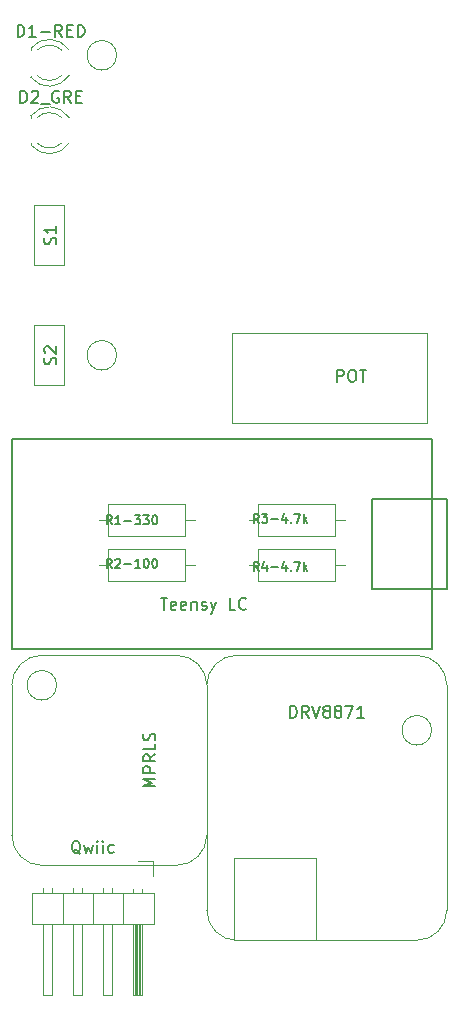
<source format=gbr>
G04 #@! TF.GenerationSoftware,KiCad,Pcbnew,(5.1.2)-2*
G04 #@! TF.CreationDate,2020-05-04T11:41:32-04:00*
G04 #@! TF.ProjectId,TeensyLC_DRV8871_MPRLS_Qwiic_v01,5465656e-7379-44c4-935f-445256383837,rev?*
G04 #@! TF.SameCoordinates,Original*
G04 #@! TF.FileFunction,Legend,Top*
G04 #@! TF.FilePolarity,Positive*
%FSLAX46Y46*%
G04 Gerber Fmt 4.6, Leading zero omitted, Abs format (unit mm)*
G04 Created by KiCad (PCBNEW (5.1.2)-2) date 2020-05-04 11:41:32*
%MOMM*%
%LPD*%
G04 APERTURE LIST*
%ADD10C,0.120000*%
%ADD11C,0.150000*%
G04 APERTURE END LIST*
D10*
X34271000Y0D02*
G75*
G03X34271000Y0I-1251000J0D01*
G01*
X40870000Y-39370000D02*
X40100000Y-39370000D01*
X32790000Y-39370000D02*
X33560000Y-39370000D01*
X40100000Y-38000000D02*
X33560000Y-38000000D01*
X40100000Y-40740000D02*
X40100000Y-38000000D01*
X33560000Y-40740000D02*
X40100000Y-40740000D01*
X33560000Y-38000000D02*
X33560000Y-40740000D01*
X40870000Y-43180000D02*
X40100000Y-43180000D01*
X32790000Y-43180000D02*
X33560000Y-43180000D01*
X40100000Y-41810000D02*
X33560000Y-41810000D01*
X40100000Y-44550000D02*
X40100000Y-41810000D01*
X33560000Y-44550000D02*
X40100000Y-44550000D01*
X33560000Y-41810000D02*
X33560000Y-44550000D01*
X53570000Y-39370000D02*
X52800000Y-39370000D01*
X45490000Y-39370000D02*
X46260000Y-39370000D01*
X52800000Y-38000000D02*
X46260000Y-38000000D01*
X52800000Y-40740000D02*
X52800000Y-38000000D01*
X46260000Y-40740000D02*
X52800000Y-40740000D01*
X46260000Y-38000000D02*
X46260000Y-40740000D01*
X53570000Y-43180000D02*
X52800000Y-43180000D01*
X45490000Y-43180000D02*
X46260000Y-43180000D01*
X52800000Y-41810000D02*
X46260000Y-41810000D01*
X52800000Y-44550000D02*
X52800000Y-41810000D01*
X46260000Y-44550000D02*
X52800000Y-44550000D01*
X46260000Y-41810000D02*
X46260000Y-44550000D01*
X44450000Y-50800000D02*
X59690000Y-50800000D01*
X62230000Y-53340000D02*
X62230000Y-72390000D01*
X59690000Y-74930000D02*
X44450000Y-74930000D01*
X41910000Y-72390000D02*
X41910000Y-54610000D01*
X41910000Y-54610000D02*
X41910000Y-53340000D01*
X41910000Y-53340000D02*
G75*
G02X44450000Y-50800000I2540000J0D01*
G01*
X59690000Y-50800000D02*
G75*
G02X62230000Y-53340000I0J-2540000D01*
G01*
X62230000Y-72390000D02*
G75*
G02X59690000Y-74930000I-2540000J0D01*
G01*
X44450000Y-74930000D02*
G75*
G02X41910000Y-72390000I0J2540000D01*
G01*
X44196000Y-74930000D02*
X44196000Y-67945000D01*
X44196000Y-67945000D02*
X51181000Y-67945000D01*
X44196000Y-74930000D02*
X50419000Y-74930000D01*
X51181000Y-74930000D02*
X51181000Y-67945000D01*
X36450000Y-70570000D02*
X36450000Y-70900000D01*
X37400000Y-73560000D02*
X37400000Y-70900000D01*
X37340000Y-68190000D02*
X37340000Y-69460000D01*
X36150000Y-73560000D02*
X36150000Y-79560000D01*
X32260000Y-70900000D02*
X32260000Y-73560000D01*
X35690000Y-79560000D02*
X35690000Y-73560000D01*
X28830000Y-70502929D02*
X28830000Y-70900000D01*
X36270000Y-73560000D02*
X36270000Y-79560000D01*
X33910000Y-79560000D02*
X33150000Y-79560000D01*
X36070000Y-68190000D02*
X37340000Y-68190000D01*
X33150000Y-70502929D02*
X33150000Y-70900000D01*
X28070000Y-70502929D02*
X28070000Y-70900000D01*
X28830000Y-73560000D02*
X28830000Y-79560000D01*
X29720000Y-70900000D02*
X29720000Y-73560000D01*
X30610000Y-70502929D02*
X30610000Y-70900000D01*
X30610000Y-79560000D02*
X30610000Y-73560000D01*
X33910000Y-70502929D02*
X33910000Y-70900000D01*
X33910000Y-73560000D02*
X33910000Y-79560000D01*
X36030000Y-73560000D02*
X36030000Y-79560000D01*
X36390000Y-73560000D02*
X36390000Y-79560000D01*
X37400000Y-70900000D02*
X27120000Y-70900000D01*
X35690000Y-70570000D02*
X35690000Y-70900000D01*
X27120000Y-73560000D02*
X37400000Y-73560000D01*
X31370000Y-79560000D02*
X30610000Y-79560000D01*
X28070000Y-79560000D02*
X28070000Y-73560000D01*
X28830000Y-79560000D02*
X28070000Y-79560000D01*
X31370000Y-70502929D02*
X31370000Y-70900000D01*
X31370000Y-73560000D02*
X31370000Y-79560000D01*
X35910000Y-73560000D02*
X35910000Y-79560000D01*
X33150000Y-79560000D02*
X33150000Y-73560000D01*
X36450000Y-73560000D02*
X36450000Y-79560000D01*
X34800000Y-70900000D02*
X34800000Y-73560000D01*
X35790000Y-73560000D02*
X35790000Y-79560000D01*
X36450000Y-79560000D02*
X35690000Y-79560000D01*
X27120000Y-70900000D02*
X27120000Y-73560000D01*
D11*
X60960000Y-37540001D02*
X62230000Y-37540001D01*
X62230000Y-37540001D02*
X62230000Y-45160001D01*
X62230000Y-45160001D02*
X60960000Y-45160001D01*
X55880000Y-37540001D02*
X60960000Y-37540001D01*
X55880000Y-45160001D02*
X60960000Y-45160001D01*
X25400000Y-50240001D02*
X25400000Y-32460001D01*
X25400000Y-32460001D02*
X60960000Y-32460001D01*
X60960000Y-32460001D02*
X60960000Y-50240001D01*
X55880000Y-37540001D02*
X55880000Y-45160001D01*
X60960000Y-50240001D02*
X25400000Y-50240001D01*
D10*
X60941000Y-57150000D02*
G75*
G03X60941000Y-57150000I-1251000J0D01*
G01*
X34271000Y-25400000D02*
G75*
G03X34271000Y-25400000I-1251000J0D01*
G01*
X29191000Y-53340000D02*
G75*
G03X29191000Y-53340000I-1251000J0D01*
G01*
X29845000Y-17780000D02*
X27305000Y-17780000D01*
X29845000Y-12700000D02*
X29845000Y-17780000D01*
X27305000Y-12700000D02*
X29845000Y-12700000D01*
X27305000Y-17780000D02*
X27305000Y-12700000D01*
X29845000Y-27940000D02*
X27305000Y-27940000D01*
X29845000Y-22860000D02*
X29845000Y-27940000D01*
X27305000Y-22860000D02*
X29845000Y-22860000D01*
X27305000Y-27940000D02*
X27305000Y-22860000D01*
X30247335Y443608D02*
G75*
G03X27015000Y600516I-1672335J-1078608D01*
G01*
X30247335Y-1713608D02*
G75*
G02X27015000Y-1870516I-1672335J1078608D01*
G01*
X29616130Y444837D02*
G75*
G03X27534039Y445000I-1041130J-1079837D01*
G01*
X29616130Y-1714837D02*
G75*
G02X27534039Y-1715000I-1041130J1079837D01*
G01*
X27015000Y601000D02*
X27015000Y445000D01*
X27015000Y-1715000D02*
X27015000Y-1871000D01*
X27015000Y-7430000D02*
X27015000Y-7586000D01*
X27015000Y-5114000D02*
X27015000Y-5270000D01*
X29616130Y-7429837D02*
G75*
G02X27534039Y-7430000I-1041130J1079837D01*
G01*
X29616130Y-5270163D02*
G75*
G03X27534039Y-5270000I-1041130J-1079837D01*
G01*
X30247335Y-7428608D02*
G75*
G02X27015000Y-7585516I-1672335J1078608D01*
G01*
X30247335Y-5271392D02*
G75*
G03X27015000Y-5114484I-1672335J-1078608D01*
G01*
X44005500Y-31115000D02*
X60515500Y-31115000D01*
X60515500Y-31115000D02*
X60515500Y-23495000D01*
X60515500Y-23495000D02*
X44005500Y-23495000D01*
X44005500Y-23495000D02*
X44005500Y-31115000D01*
X25400000Y-66040000D02*
X25400000Y-53340000D01*
X27940000Y-50800000D02*
X39370000Y-50800000D01*
X41910000Y-53340000D02*
X41910000Y-66040000D01*
X39370000Y-68580000D02*
X27940000Y-68580000D01*
X27940000Y-68580000D02*
G75*
G02X25400000Y-66040000I0J2540000D01*
G01*
X25400000Y-53340000D02*
G75*
G02X27940000Y-50800000I2540000J0D01*
G01*
X39370000Y-50800000D02*
G75*
G02X41910000Y-53340000I0J-2540000D01*
G01*
X41910000Y-66040000D02*
G75*
G02X39370000Y-68580000I-2540000J0D01*
G01*
D11*
X33872714Y-39714714D02*
X33618714Y-39351857D01*
X33437285Y-39714714D02*
X33437285Y-38952714D01*
X33727571Y-38952714D01*
X33800142Y-38989000D01*
X33836428Y-39025285D01*
X33872714Y-39097857D01*
X33872714Y-39206714D01*
X33836428Y-39279285D01*
X33800142Y-39315571D01*
X33727571Y-39351857D01*
X33437285Y-39351857D01*
X34598428Y-39714714D02*
X34163000Y-39714714D01*
X34380714Y-39714714D02*
X34380714Y-38952714D01*
X34308142Y-39061571D01*
X34235571Y-39134142D01*
X34163000Y-39170428D01*
X34925000Y-39424428D02*
X35505571Y-39424428D01*
X35795857Y-38952714D02*
X36267571Y-38952714D01*
X36013571Y-39243000D01*
X36122428Y-39243000D01*
X36195000Y-39279285D01*
X36231285Y-39315571D01*
X36267571Y-39388142D01*
X36267571Y-39569571D01*
X36231285Y-39642142D01*
X36195000Y-39678428D01*
X36122428Y-39714714D01*
X35904714Y-39714714D01*
X35832142Y-39678428D01*
X35795857Y-39642142D01*
X36521571Y-38952714D02*
X36993285Y-38952714D01*
X36739285Y-39243000D01*
X36848142Y-39243000D01*
X36920714Y-39279285D01*
X36957000Y-39315571D01*
X36993285Y-39388142D01*
X36993285Y-39569571D01*
X36957000Y-39642142D01*
X36920714Y-39678428D01*
X36848142Y-39714714D01*
X36630428Y-39714714D01*
X36557857Y-39678428D01*
X36521571Y-39642142D01*
X37465000Y-38952714D02*
X37537571Y-38952714D01*
X37610142Y-38989000D01*
X37646428Y-39025285D01*
X37682714Y-39097857D01*
X37719000Y-39243000D01*
X37719000Y-39424428D01*
X37682714Y-39569571D01*
X37646428Y-39642142D01*
X37610142Y-39678428D01*
X37537571Y-39714714D01*
X37465000Y-39714714D01*
X37392428Y-39678428D01*
X37356142Y-39642142D01*
X37319857Y-39569571D01*
X37283571Y-39424428D01*
X37283571Y-39243000D01*
X37319857Y-39097857D01*
X37356142Y-39025285D01*
X37392428Y-38989000D01*
X37465000Y-38952714D01*
X33872714Y-43397714D02*
X33618714Y-43034857D01*
X33437285Y-43397714D02*
X33437285Y-42635714D01*
X33727571Y-42635714D01*
X33800142Y-42672000D01*
X33836428Y-42708285D01*
X33872714Y-42780857D01*
X33872714Y-42889714D01*
X33836428Y-42962285D01*
X33800142Y-42998571D01*
X33727571Y-43034857D01*
X33437285Y-43034857D01*
X34163000Y-42708285D02*
X34199285Y-42672000D01*
X34271857Y-42635714D01*
X34453285Y-42635714D01*
X34525857Y-42672000D01*
X34562142Y-42708285D01*
X34598428Y-42780857D01*
X34598428Y-42853428D01*
X34562142Y-42962285D01*
X34126714Y-43397714D01*
X34598428Y-43397714D01*
X34925000Y-43107428D02*
X35505571Y-43107428D01*
X36267571Y-43397714D02*
X35832142Y-43397714D01*
X36049857Y-43397714D02*
X36049857Y-42635714D01*
X35977285Y-42744571D01*
X35904714Y-42817142D01*
X35832142Y-42853428D01*
X36739285Y-42635714D02*
X36811857Y-42635714D01*
X36884428Y-42672000D01*
X36920714Y-42708285D01*
X36957000Y-42780857D01*
X36993285Y-42926000D01*
X36993285Y-43107428D01*
X36957000Y-43252571D01*
X36920714Y-43325142D01*
X36884428Y-43361428D01*
X36811857Y-43397714D01*
X36739285Y-43397714D01*
X36666714Y-43361428D01*
X36630428Y-43325142D01*
X36594142Y-43252571D01*
X36557857Y-43107428D01*
X36557857Y-42926000D01*
X36594142Y-42780857D01*
X36630428Y-42708285D01*
X36666714Y-42672000D01*
X36739285Y-42635714D01*
X37465000Y-42635714D02*
X37537571Y-42635714D01*
X37610142Y-42672000D01*
X37646428Y-42708285D01*
X37682714Y-42780857D01*
X37719000Y-42926000D01*
X37719000Y-43107428D01*
X37682714Y-43252571D01*
X37646428Y-43325142D01*
X37610142Y-43361428D01*
X37537571Y-43397714D01*
X37465000Y-43397714D01*
X37392428Y-43361428D01*
X37356142Y-43325142D01*
X37319857Y-43252571D01*
X37283571Y-43107428D01*
X37283571Y-42926000D01*
X37319857Y-42780857D01*
X37356142Y-42708285D01*
X37392428Y-42672000D01*
X37465000Y-42635714D01*
X46318714Y-39587714D02*
X46064714Y-39224857D01*
X45883285Y-39587714D02*
X45883285Y-38825714D01*
X46173571Y-38825714D01*
X46246142Y-38862000D01*
X46282428Y-38898285D01*
X46318714Y-38970857D01*
X46318714Y-39079714D01*
X46282428Y-39152285D01*
X46246142Y-39188571D01*
X46173571Y-39224857D01*
X45883285Y-39224857D01*
X46572714Y-38825714D02*
X47044428Y-38825714D01*
X46790428Y-39116000D01*
X46899285Y-39116000D01*
X46971857Y-39152285D01*
X47008142Y-39188571D01*
X47044428Y-39261142D01*
X47044428Y-39442571D01*
X47008142Y-39515142D01*
X46971857Y-39551428D01*
X46899285Y-39587714D01*
X46681571Y-39587714D01*
X46609000Y-39551428D01*
X46572714Y-39515142D01*
X47371000Y-39297428D02*
X47951571Y-39297428D01*
X48641000Y-39079714D02*
X48641000Y-39587714D01*
X48459571Y-38789428D02*
X48278142Y-39333714D01*
X48749857Y-39333714D01*
X49040142Y-39515142D02*
X49076428Y-39551428D01*
X49040142Y-39587714D01*
X49003857Y-39551428D01*
X49040142Y-39515142D01*
X49040142Y-39587714D01*
X49330428Y-38825714D02*
X49838428Y-38825714D01*
X49511857Y-39587714D01*
X50128714Y-39587714D02*
X50128714Y-38825714D01*
X50201285Y-39297428D02*
X50419000Y-39587714D01*
X50419000Y-39079714D02*
X50128714Y-39370000D01*
X46318714Y-43651714D02*
X46064714Y-43288857D01*
X45883285Y-43651714D02*
X45883285Y-42889714D01*
X46173571Y-42889714D01*
X46246142Y-42926000D01*
X46282428Y-42962285D01*
X46318714Y-43034857D01*
X46318714Y-43143714D01*
X46282428Y-43216285D01*
X46246142Y-43252571D01*
X46173571Y-43288857D01*
X45883285Y-43288857D01*
X46971857Y-43143714D02*
X46971857Y-43651714D01*
X46790428Y-42853428D02*
X46609000Y-43397714D01*
X47080714Y-43397714D01*
X47371000Y-43361428D02*
X47951571Y-43361428D01*
X48641000Y-43143714D02*
X48641000Y-43651714D01*
X48459571Y-42853428D02*
X48278142Y-43397714D01*
X48749857Y-43397714D01*
X49040142Y-43579142D02*
X49076428Y-43615428D01*
X49040142Y-43651714D01*
X49003857Y-43615428D01*
X49040142Y-43579142D01*
X49040142Y-43651714D01*
X49330428Y-42889714D02*
X49838428Y-42889714D01*
X49511857Y-43651714D01*
X50128714Y-43651714D02*
X50128714Y-42889714D01*
X50201285Y-43361428D02*
X50419000Y-43651714D01*
X50419000Y-43143714D02*
X50128714Y-43434000D01*
X48974761Y-56078380D02*
X48974761Y-55078380D01*
X49212857Y-55078380D01*
X49355714Y-55126000D01*
X49450952Y-55221238D01*
X49498571Y-55316476D01*
X49546190Y-55506952D01*
X49546190Y-55649809D01*
X49498571Y-55840285D01*
X49450952Y-55935523D01*
X49355714Y-56030761D01*
X49212857Y-56078380D01*
X48974761Y-56078380D01*
X50546190Y-56078380D02*
X50212857Y-55602190D01*
X49974761Y-56078380D02*
X49974761Y-55078380D01*
X50355714Y-55078380D01*
X50450952Y-55126000D01*
X50498571Y-55173619D01*
X50546190Y-55268857D01*
X50546190Y-55411714D01*
X50498571Y-55506952D01*
X50450952Y-55554571D01*
X50355714Y-55602190D01*
X49974761Y-55602190D01*
X50831904Y-55078380D02*
X51165238Y-56078380D01*
X51498571Y-55078380D01*
X51974761Y-55506952D02*
X51879523Y-55459333D01*
X51831904Y-55411714D01*
X51784285Y-55316476D01*
X51784285Y-55268857D01*
X51831904Y-55173619D01*
X51879523Y-55126000D01*
X51974761Y-55078380D01*
X52165238Y-55078380D01*
X52260476Y-55126000D01*
X52308095Y-55173619D01*
X52355714Y-55268857D01*
X52355714Y-55316476D01*
X52308095Y-55411714D01*
X52260476Y-55459333D01*
X52165238Y-55506952D01*
X51974761Y-55506952D01*
X51879523Y-55554571D01*
X51831904Y-55602190D01*
X51784285Y-55697428D01*
X51784285Y-55887904D01*
X51831904Y-55983142D01*
X51879523Y-56030761D01*
X51974761Y-56078380D01*
X52165238Y-56078380D01*
X52260476Y-56030761D01*
X52308095Y-55983142D01*
X52355714Y-55887904D01*
X52355714Y-55697428D01*
X52308095Y-55602190D01*
X52260476Y-55554571D01*
X52165238Y-55506952D01*
X52927142Y-55506952D02*
X52831904Y-55459333D01*
X52784285Y-55411714D01*
X52736666Y-55316476D01*
X52736666Y-55268857D01*
X52784285Y-55173619D01*
X52831904Y-55126000D01*
X52927142Y-55078380D01*
X53117619Y-55078380D01*
X53212857Y-55126000D01*
X53260476Y-55173619D01*
X53308095Y-55268857D01*
X53308095Y-55316476D01*
X53260476Y-55411714D01*
X53212857Y-55459333D01*
X53117619Y-55506952D01*
X52927142Y-55506952D01*
X52831904Y-55554571D01*
X52784285Y-55602190D01*
X52736666Y-55697428D01*
X52736666Y-55887904D01*
X52784285Y-55983142D01*
X52831904Y-56030761D01*
X52927142Y-56078380D01*
X53117619Y-56078380D01*
X53212857Y-56030761D01*
X53260476Y-55983142D01*
X53308095Y-55887904D01*
X53308095Y-55697428D01*
X53260476Y-55602190D01*
X53212857Y-55554571D01*
X53117619Y-55506952D01*
X53641428Y-55078380D02*
X54308095Y-55078380D01*
X53879523Y-56078380D01*
X55212857Y-56078380D02*
X54641428Y-56078380D01*
X54927142Y-56078380D02*
X54927142Y-55078380D01*
X54831904Y-55221238D01*
X54736666Y-55316476D01*
X54641428Y-55364095D01*
X31210380Y-67603619D02*
X31115142Y-67556000D01*
X31019904Y-67460761D01*
X30877047Y-67317904D01*
X30781809Y-67270285D01*
X30686571Y-67270285D01*
X30734190Y-67508380D02*
X30638952Y-67460761D01*
X30543714Y-67365523D01*
X30496095Y-67175047D01*
X30496095Y-66841714D01*
X30543714Y-66651238D01*
X30638952Y-66556000D01*
X30734190Y-66508380D01*
X30924666Y-66508380D01*
X31019904Y-66556000D01*
X31115142Y-66651238D01*
X31162761Y-66841714D01*
X31162761Y-67175047D01*
X31115142Y-67365523D01*
X31019904Y-67460761D01*
X30924666Y-67508380D01*
X30734190Y-67508380D01*
X31496095Y-66841714D02*
X31686571Y-67508380D01*
X31877047Y-67032190D01*
X32067523Y-67508380D01*
X32258000Y-66841714D01*
X32638952Y-67508380D02*
X32638952Y-66841714D01*
X32638952Y-66508380D02*
X32591333Y-66556000D01*
X32638952Y-66603619D01*
X32686571Y-66556000D01*
X32638952Y-66508380D01*
X32638952Y-66603619D01*
X33115142Y-67508380D02*
X33115142Y-66841714D01*
X33115142Y-66508380D02*
X33067523Y-66556000D01*
X33115142Y-66603619D01*
X33162761Y-66556000D01*
X33115142Y-66508380D01*
X33115142Y-66603619D01*
X34019904Y-67460761D02*
X33924666Y-67508380D01*
X33734190Y-67508380D01*
X33638952Y-67460761D01*
X33591333Y-67413142D01*
X33543714Y-67317904D01*
X33543714Y-67032190D01*
X33591333Y-66936952D01*
X33638952Y-66889333D01*
X33734190Y-66841714D01*
X33924666Y-66841714D01*
X34019904Y-66889333D01*
X37989333Y-45934380D02*
X38560761Y-45934380D01*
X38275047Y-46934380D02*
X38275047Y-45934380D01*
X39275047Y-46886761D02*
X39179809Y-46934380D01*
X38989333Y-46934380D01*
X38894095Y-46886761D01*
X38846476Y-46791523D01*
X38846476Y-46410571D01*
X38894095Y-46315333D01*
X38989333Y-46267714D01*
X39179809Y-46267714D01*
X39275047Y-46315333D01*
X39322666Y-46410571D01*
X39322666Y-46505809D01*
X38846476Y-46601047D01*
X40132190Y-46886761D02*
X40036952Y-46934380D01*
X39846476Y-46934380D01*
X39751238Y-46886761D01*
X39703619Y-46791523D01*
X39703619Y-46410571D01*
X39751238Y-46315333D01*
X39846476Y-46267714D01*
X40036952Y-46267714D01*
X40132190Y-46315333D01*
X40179809Y-46410571D01*
X40179809Y-46505809D01*
X39703619Y-46601047D01*
X40608380Y-46267714D02*
X40608380Y-46934380D01*
X40608380Y-46362952D02*
X40656000Y-46315333D01*
X40751238Y-46267714D01*
X40894095Y-46267714D01*
X40989333Y-46315333D01*
X41036952Y-46410571D01*
X41036952Y-46934380D01*
X41465523Y-46886761D02*
X41560761Y-46934380D01*
X41751238Y-46934380D01*
X41846476Y-46886761D01*
X41894095Y-46791523D01*
X41894095Y-46743904D01*
X41846476Y-46648666D01*
X41751238Y-46601047D01*
X41608380Y-46601047D01*
X41513142Y-46553428D01*
X41465523Y-46458190D01*
X41465523Y-46410571D01*
X41513142Y-46315333D01*
X41608380Y-46267714D01*
X41751238Y-46267714D01*
X41846476Y-46315333D01*
X42227428Y-46267714D02*
X42465523Y-46934380D01*
X42703619Y-46267714D02*
X42465523Y-46934380D01*
X42370285Y-47172476D01*
X42322666Y-47220095D01*
X42227428Y-47267714D01*
X44322666Y-46934380D02*
X43846476Y-46934380D01*
X43846476Y-45934380D01*
X45227428Y-46839142D02*
X45179809Y-46886761D01*
X45036952Y-46934380D01*
X44941714Y-46934380D01*
X44798857Y-46886761D01*
X44703619Y-46791523D01*
X44656000Y-46696285D01*
X44608380Y-46505809D01*
X44608380Y-46362952D01*
X44656000Y-46172476D01*
X44703619Y-46077238D01*
X44798857Y-45982000D01*
X44941714Y-45934380D01*
X45036952Y-45934380D01*
X45179809Y-45982000D01*
X45227428Y-46029619D01*
X29106761Y-16001904D02*
X29154380Y-15859047D01*
X29154380Y-15620952D01*
X29106761Y-15525714D01*
X29059142Y-15478095D01*
X28963904Y-15430476D01*
X28868666Y-15430476D01*
X28773428Y-15478095D01*
X28725809Y-15525714D01*
X28678190Y-15620952D01*
X28630571Y-15811428D01*
X28582952Y-15906666D01*
X28535333Y-15954285D01*
X28440095Y-16001904D01*
X28344857Y-16001904D01*
X28249619Y-15954285D01*
X28202000Y-15906666D01*
X28154380Y-15811428D01*
X28154380Y-15573333D01*
X28202000Y-15430476D01*
X29154380Y-14478095D02*
X29154380Y-15049523D01*
X29154380Y-14763809D02*
X28154380Y-14763809D01*
X28297238Y-14859047D01*
X28392476Y-14954285D01*
X28440095Y-15049523D01*
X29106761Y-26161904D02*
X29154380Y-26019047D01*
X29154380Y-25780952D01*
X29106761Y-25685714D01*
X29059142Y-25638095D01*
X28963904Y-25590476D01*
X28868666Y-25590476D01*
X28773428Y-25638095D01*
X28725809Y-25685714D01*
X28678190Y-25780952D01*
X28630571Y-25971428D01*
X28582952Y-26066666D01*
X28535333Y-26114285D01*
X28440095Y-26161904D01*
X28344857Y-26161904D01*
X28249619Y-26114285D01*
X28202000Y-26066666D01*
X28154380Y-25971428D01*
X28154380Y-25733333D01*
X28202000Y-25590476D01*
X28249619Y-25209523D02*
X28202000Y-25161904D01*
X28154380Y-25066666D01*
X28154380Y-24828571D01*
X28202000Y-24733333D01*
X28249619Y-24685714D01*
X28344857Y-24638095D01*
X28440095Y-24638095D01*
X28582952Y-24685714D01*
X29154380Y-25257142D01*
X29154380Y-24638095D01*
X25892476Y1579619D02*
X25892476Y2579619D01*
X26130571Y2579619D01*
X26273428Y2532000D01*
X26368666Y2436761D01*
X26416285Y2341523D01*
X26463904Y2151047D01*
X26463904Y2008190D01*
X26416285Y1817714D01*
X26368666Y1722476D01*
X26273428Y1627238D01*
X26130571Y1579619D01*
X25892476Y1579619D01*
X27416285Y1579619D02*
X26844857Y1579619D01*
X27130571Y1579619D02*
X27130571Y2579619D01*
X27035333Y2436761D01*
X26940095Y2341523D01*
X26844857Y2293904D01*
X27844857Y1960571D02*
X28606761Y1960571D01*
X29654380Y1579619D02*
X29321047Y2055809D01*
X29082952Y1579619D02*
X29082952Y2579619D01*
X29463904Y2579619D01*
X29559142Y2532000D01*
X29606761Y2484380D01*
X29654380Y2389142D01*
X29654380Y2246285D01*
X29606761Y2151047D01*
X29559142Y2103428D01*
X29463904Y2055809D01*
X29082952Y2055809D01*
X30082952Y2103428D02*
X30416285Y2103428D01*
X30559142Y1579619D02*
X30082952Y1579619D01*
X30082952Y2579619D01*
X30559142Y2579619D01*
X30987714Y1579619D02*
X30987714Y2579619D01*
X31225809Y2579619D01*
X31368666Y2532000D01*
X31463904Y2436761D01*
X31511523Y2341523D01*
X31559142Y2151047D01*
X31559142Y2008190D01*
X31511523Y1817714D01*
X31463904Y1722476D01*
X31368666Y1627238D01*
X31225809Y1579619D01*
X30987714Y1579619D01*
X26130571Y-4008380D02*
X26130571Y-3008380D01*
X26368666Y-3008380D01*
X26511523Y-3056000D01*
X26606761Y-3151238D01*
X26654380Y-3246476D01*
X26702000Y-3436952D01*
X26702000Y-3579809D01*
X26654380Y-3770285D01*
X26606761Y-3865523D01*
X26511523Y-3960761D01*
X26368666Y-4008380D01*
X26130571Y-4008380D01*
X27082952Y-3103619D02*
X27130571Y-3056000D01*
X27225809Y-3008380D01*
X27463904Y-3008380D01*
X27559142Y-3056000D01*
X27606761Y-3103619D01*
X27654380Y-3198857D01*
X27654380Y-3294095D01*
X27606761Y-3436952D01*
X27035333Y-4008380D01*
X27654380Y-4008380D01*
X27844857Y-4103619D02*
X28606761Y-4103619D01*
X29368666Y-3056000D02*
X29273428Y-3008380D01*
X29130571Y-3008380D01*
X28987714Y-3056000D01*
X28892476Y-3151238D01*
X28844857Y-3246476D01*
X28797238Y-3436952D01*
X28797238Y-3579809D01*
X28844857Y-3770285D01*
X28892476Y-3865523D01*
X28987714Y-3960761D01*
X29130571Y-4008380D01*
X29225809Y-4008380D01*
X29368666Y-3960761D01*
X29416285Y-3913142D01*
X29416285Y-3579809D01*
X29225809Y-3579809D01*
X30416285Y-4008380D02*
X30082952Y-3532190D01*
X29844857Y-4008380D02*
X29844857Y-3008380D01*
X30225809Y-3008380D01*
X30321047Y-3056000D01*
X30368666Y-3103619D01*
X30416285Y-3198857D01*
X30416285Y-3341714D01*
X30368666Y-3436952D01*
X30321047Y-3484571D01*
X30225809Y-3532190D01*
X29844857Y-3532190D01*
X30844857Y-3484571D02*
X31178190Y-3484571D01*
X31321047Y-4008380D02*
X30844857Y-4008380D01*
X30844857Y-3008380D01*
X31321047Y-3008380D01*
X52935333Y-27630380D02*
X52935333Y-26630380D01*
X53316285Y-26630380D01*
X53411523Y-26678000D01*
X53459142Y-26725619D01*
X53506761Y-26820857D01*
X53506761Y-26963714D01*
X53459142Y-27058952D01*
X53411523Y-27106571D01*
X53316285Y-27154190D01*
X52935333Y-27154190D01*
X54125809Y-26630380D02*
X54316285Y-26630380D01*
X54411523Y-26678000D01*
X54506761Y-26773238D01*
X54554380Y-26963714D01*
X54554380Y-27297047D01*
X54506761Y-27487523D01*
X54411523Y-27582761D01*
X54316285Y-27630380D01*
X54125809Y-27630380D01*
X54030571Y-27582761D01*
X53935333Y-27487523D01*
X53887714Y-27297047D01*
X53887714Y-26963714D01*
X53935333Y-26773238D01*
X54030571Y-26678000D01*
X54125809Y-26630380D01*
X54840095Y-26630380D02*
X55411523Y-26630380D01*
X55125809Y-27630380D02*
X55125809Y-26630380D01*
X37536380Y-61904285D02*
X36536380Y-61904285D01*
X37250666Y-61570952D01*
X36536380Y-61237619D01*
X37536380Y-61237619D01*
X37536380Y-60761428D02*
X36536380Y-60761428D01*
X36536380Y-60380476D01*
X36584000Y-60285238D01*
X36631619Y-60237619D01*
X36726857Y-60190000D01*
X36869714Y-60190000D01*
X36964952Y-60237619D01*
X37012571Y-60285238D01*
X37060190Y-60380476D01*
X37060190Y-60761428D01*
X37536380Y-59190000D02*
X37060190Y-59523333D01*
X37536380Y-59761428D02*
X36536380Y-59761428D01*
X36536380Y-59380476D01*
X36584000Y-59285238D01*
X36631619Y-59237619D01*
X36726857Y-59190000D01*
X36869714Y-59190000D01*
X36964952Y-59237619D01*
X37012571Y-59285238D01*
X37060190Y-59380476D01*
X37060190Y-59761428D01*
X37536380Y-58285238D02*
X37536380Y-58761428D01*
X36536380Y-58761428D01*
X37488761Y-57999523D02*
X37536380Y-57856666D01*
X37536380Y-57618571D01*
X37488761Y-57523333D01*
X37441142Y-57475714D01*
X37345904Y-57428095D01*
X37250666Y-57428095D01*
X37155428Y-57475714D01*
X37107809Y-57523333D01*
X37060190Y-57618571D01*
X37012571Y-57809047D01*
X36964952Y-57904285D01*
X36917333Y-57951904D01*
X36822095Y-57999523D01*
X36726857Y-57999523D01*
X36631619Y-57951904D01*
X36584000Y-57904285D01*
X36536380Y-57809047D01*
X36536380Y-57570952D01*
X36584000Y-57428095D01*
M02*

</source>
